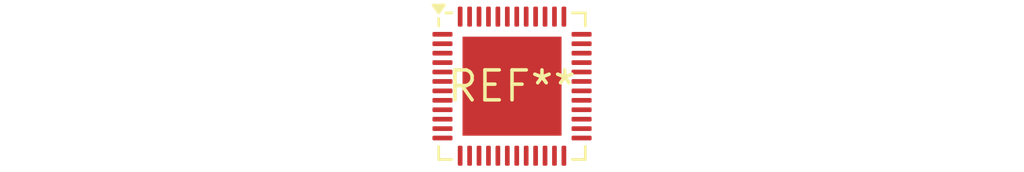
<source format=kicad_pcb>
(kicad_pcb (version 20240108) (generator pcbnew)
  (layers (0 "F.Cu" signal) (31 "B.Cu" signal) (34 "B.Paste" user) (35 "F.Paste" user) (36 "B.SilkS" user "B.Silkscreen") (37 "F.SilkS" user "F.Silkscreen") (38 "B.Mask" user) (39 "F.Mask" user) (44 "Edge.Cuts" user))
  (net 0 "")
  (footprint "QFN-48-1EP_6x6mm_P0.4mm_EP4.2x4.2mm" (layer "F.Cu") (at 0 0)
    (property "Reference" "REF**")
    (property "Value" "QFN-48-1EP_6x6mm_P0.4mm_EP4.2x4.2mm")
    (fp_line (start -3.11 -2.56) (end -3.11 -2.87) (layer "F.SilkS") (stroke (width 0.12)))
    (fp_line (start -3.11 3.11) (end -3.11 2.56) (layer "F.SilkS") (stroke (width 0.12)))
    (fp_line (start -2.56 -3.11) (end -2.81 -3.11) (layer "F.SilkS") (stroke (width 0.12)))
    (fp_line (start -2.56 3.11) (end -3.11 3.11) (layer "F.SilkS") (stroke (width 0.12)))
    (fp_line (start 2.56 -3.11) (end 3.11 -3.11) (layer "F.SilkS") (stroke (width 0.12)))
    (fp_line (start 2.56 3.11) (end 3.11 3.11) (layer "F.SilkS") (stroke (width 0.12)))
    (fp_line (start 3.11 -3.11) (end 3.11 -2.56) (layer "F.SilkS") (stroke (width 0.12)))
    (fp_line (start 3.11 3.11) (end 3.11 2.56) (layer "F.SilkS") (stroke (width 0.12)))
    (fp_poly (pts (xy -3.11 -3.11) (xy -3.35 -3.44) (xy -2.87 -3.44) (xy -3.11 -3.11)) (layer "F.SilkS") (stroke (width 0.12)) (fill solid))
    (pad "1" smd roundrect (at -2.95 -2.2) (size 0.85 0.2) (layers "F.Cu" "F.Paste" "F.Mask"))
    (pad "2" smd roundrect (at -2.95 -1.8) (size 0.85 0.2) (layers "F.Cu" "F.Paste" "F.Mask"))
    (pad "3" smd roundrect (at -2.95 -1.4) (size 0.85 0.2) (layers "F.Cu" "F.Paste" "F.Mask"))
    (pad "4" smd roundrect (at -2.95 -1) (size 0.85 0.2) (layers "F.Cu" "F.Paste" "F.Mask"))
    (pad "5" smd roundrect (at -2.95 -0.6) (size 0.85 0.2) (layers "F.Cu" "F.Paste" "F.Mask"))
    (pad "6" smd roundrect (at -2.95 -0.2) (size 0.85 0.2) (layers "F.Cu" "F.Paste" "F.Mask"))
    (pad "7" smd roundrect (at -2.95 0.2) (size 0.85 0.2) (layers "F.Cu" "F.Paste" "F.Mask"))
    (pad "8" smd roundrect (at -2.95 0.6) (size 0.85 0.2) (layers "F.Cu" "F.Paste" "F.Mask"))
    (pad "9" smd roundrect (at -2.95 1) (size 0.85 0.2) (layers "F.Cu" "F.Paste" "F.Mask"))
    (pad "10" smd roundrect (at -2.95 1.4) (size 0.85 0.2) (layers "F.Cu" "F.Paste" "F.Mask"))
    (pad "11" smd roundrect (at -2.95 1.8) (size 0.85 0.2) (layers "F.Cu" "F.Paste" "F.Mask"))
    (pad "12" smd roundrect (at -2.95 2.2) (size 0.85 0.2) (layers "F.Cu" "F.Paste" "F.Mask"))
    (pad "13" smd roundrect (at -2.2 2.95) (size 0.2 0.85) (layers "F.Cu" "F.Paste" "F.Mask"))
    (pad "14" smd roundrect (at -1.8 2.95) (size 0.2 0.85) (layers "F.Cu" "F.Paste" "F.Mask"))
    (pad "15" smd roundrect (at -1.4 2.95) (size 0.2 0.85) (layers "F.Cu" "F.Paste" "F.Mask"))
    (pad "16" smd roundrect (at -1 2.95) (size 0.2 0.85) (layers "F.Cu" "F.Paste" "F.Mask"))
    (pad "17" smd roundrect (at -0.6 2.95) (size 0.2 0.85) (layers "F.Cu" "F.Paste" "F.Mask"))
    (pad "18" smd roundrect (at -0.2 2.95) (size 0.2 0.85) (layers "F.Cu" "F.Paste" "F.Mask"))
    (pad "19" smd roundrect (at 0.2 2.95) (size 0.2 0.85) (layers "F.Cu" "F.Paste" "F.Mask"))
    (pad "20" smd roundrect (at 0.6 2.95) (size 0.2 0.85) (layers "F.Cu" "F.Paste" "F.Mask"))
    (pad "21" smd roundrect (at 1 2.95) (size 0.2 0.85) (layers "F.Cu" "F.Paste" "F.Mask"))
    (pad "22" smd roundrect (at 1.4 2.95) (size 0.2 0.85) (layers "F.Cu" "F.Paste" "F.Mask"))
    (pad "23" smd roundrect (at 1.8 2.95) (size 0.2 0.85) (layers "F.Cu" "F.Paste" "F.Mask"))
    (pad "24" smd roundrect (at 2.2 2.95) (size 0.2 0.85) (layers "F.Cu" "F.Paste" "F.Mask"))
    (pad "25" smd roundrect (at 2.95 2.2) (size 0.85 0.2) (layers "F.Cu" "F.Paste" "F.Mask"))
    (pad "26" smd roundrect (at 2.95 1.8) (size 0.85 0.2) (layers "F.Cu" "F.Paste" "F.Mask"))
    (pad "27" smd roundrect (at 2.95 1.4) (size 0.85 0.2) (layers "F.Cu" "F.Paste" "F.Mask"))
    (pad "28" smd roundrect (at 2.95 1) (size 0.85 0.2) (layers "F.Cu" "F.Paste" "F.Mask"))
    (pad "29" smd roundrect (at 2.95 0.6) (size 0.85 0.2) (layers "F.Cu" "F.Paste" "F.Mask"))
    (pad "30" smd roundrect (at 2.95 0.2) (size 0.85 0.2) (layers "F.Cu" "F.Paste" "F.Mask"))
    (pad "31" smd roundrect (at 2.95 -0.2) (size 0.85 0.2) (layers "F.Cu" "F.Paste" "F.Mask"))
    (pad "32" smd roundrect (at 2.95 -0.6) (size 0.85 0.2) (layers "F.Cu" "F.Paste" "F.Mask"))
    (pad "33" smd roundrect (at 2.95 -1) (size 0.85 0.2) (layers "F.Cu" "F.Paste" "F.Mask"))
    (pad "34" smd roundrect (at 2.95 -1.4) (size 0.85 0.2) (layers "F.Cu" "F.Paste" "F.Mask"))
    (pad "35" smd roundrect (at 2.95 -1.8) (size 0.85 0.2) (layers "F.Cu" "F.Paste" "F.Mask"))
    (pad "36" smd roundrect (at 2.95 -2.2) (size 0.85 0.2) (layers "F.Cu" "F.Paste" "F.Mask"))
    (pad "37" smd roundrect (at 2.2 -2.95) (size 0.2 0.85) (layers "F.Cu" "F.Paste" "F.Mask"))
    (pad "38" smd roundrect (at 1.8 -2.95) (size 0.2 0.85) (layers "F.Cu" "F.Paste" "F.Mask"))
    (pad "39" smd roundrect (at 1.4 -2.95) (size 0.2 0.85) (layers "F.Cu" "F.Paste" "F.Mask"))
    (pad "40" smd roundrect (at 1 -2.95) (size 0.2 0.85) (layers "F.Cu" "F.Paste" "F.Mask"))
    (pad "41" smd roundrect (at 0.6 -2.95) (size 0.2 0.85) (layers "F.Cu" "F.Paste" "F.Mask"))
    (pad "42" smd roundrect (at 0.2 -2.95) (size 0.2 0.85) (layers "F.Cu" "F.Paste" "F.Mask"))
    (pad "43" smd roundrect (at -0.2 -2.95) (size 0.2 0.85) (layers "F.Cu" "F.Paste" "F.Mask"))
    (pad "44" smd roundrect (at -0.6 -2.95) (size 0.2 0.85) (layers "F.Cu" "F.Paste" "F.Mask"))
    (pad "45" smd roundrect (at -1 -2.95) (size 0.2 0.85) (layers "F.Cu" "F.Paste" "F.Mask"))
    (pad "46" smd roundrect (at -1.4 -2.95) (size 0.2 0.85) (layers "F.Cu" "F.Paste" "F.Mask"))
    (pad "47" smd roundrect (at -1.8 -2.95) (size 0.2 0.85) (layers "F.Cu" "F.Paste" "F.Mask"))
    (pad "48" smd roundrect (at -2.2 -2.95) (size 0.2 0.85) (layers "F.Cu" "F.Paste" "F.Mask"))
    (pad "49" smd rect (at 0 0) (size 4.2 4.2) (property pad_prop_heatsink) (layers "F.Cu" "F.Mask"))
  )
)
</source>
